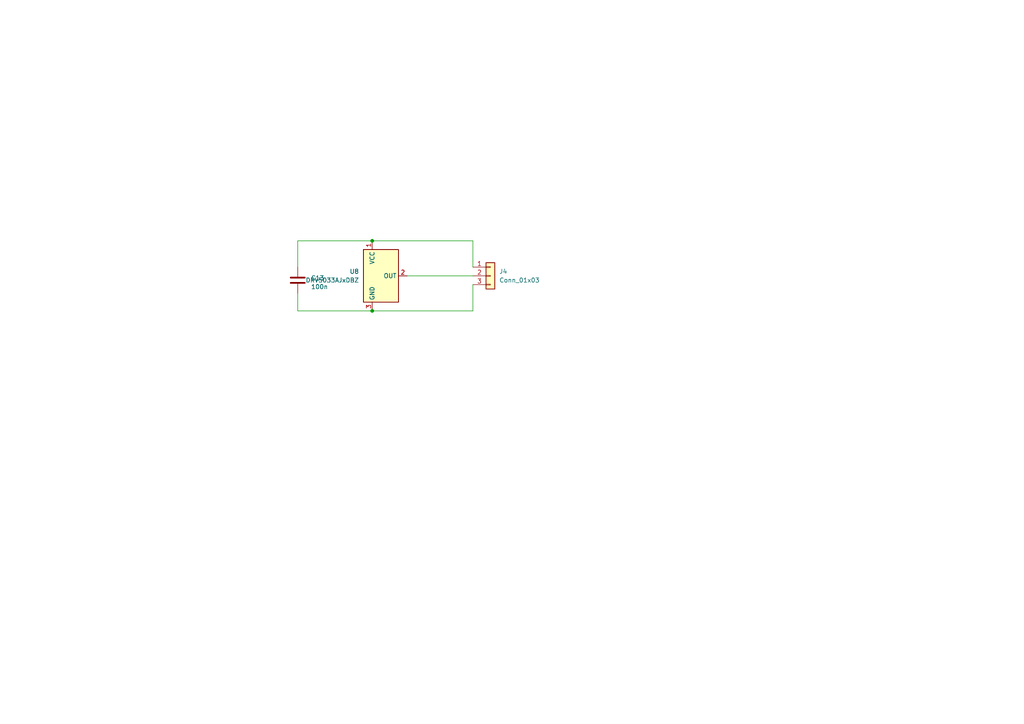
<source format=kicad_sch>
(kicad_sch (version 20230121) (generator eeschema)
  (paper "A4")
  (lib_symbols
    (symbol "Connector_Generic:Conn_01x03" (pin_names (offset 1.016) hide)
      (property "Reference" "J" (at 0 5.08 0))
      (property "Value" "Conn_01x03" (at 0 -5.08 0))
      (symbol "Conn_01x03_1_1"
        (rectangle (start -1.27 -2.413) (end 0 -2.667) (stroke (width 0.1524)))
        (rectangle (start -1.27 0.127) (end 0 -0.127) (stroke (width 0.1524)))
        (rectangle (start -1.27 2.667) (end 0 2.413) (stroke (width 0.1524)))
        (rectangle (start -1.27 3.81) (end 1.27 -3.81) (stroke (width 0.254)) (fill (type background)))
        (pin passive line (at -5.08 2.54 0) (length 3.81) (name "Pin_1") (number "1"))
        (pin passive line (at -5.08 0 0) (length 3.81) (name "Pin_2") (number "2"))
        (pin passive line (at -5.08 -2.54 0) (length 3.81) (name "Pin_3") (number "3"))
      )
    )
    (symbol "Device:C" (pin_numbers hide) (pin_names (offset 0.254))
      (property "Reference" "C" (at 0.635 2.54 0))
      (property "Value" "C" (at 0.635 -2.54 0))
      (symbol "C_0_1"
        (polyline (pts (xy -2.032 -0.762) (xy 2.032 -0.762)) (stroke (width 0.508)))
        (polyline (pts (xy -2.032 0.762) (xy 2.032 0.762)) (stroke (width 0.508)))
      )
      (symbol "C_1_1"
        (pin passive line (at 0 3.81 270) (length 2.794) (name "~") (number "1"))
        (pin passive line (at 0 -3.81 90) (length 2.794) (name "~") (number "2"))
      )
    )
    (symbol "Sensor_Magnetic:DRV5033AJxDBZ"
      (property "Reference" "U" (at 2.54 12.7 0))
      (property "Value" "DRV5033AJxDBZ" (at 2.54 10.16 0))
      (symbol "DRV5033AJxDBZ_1_1"
        (rectangle (start -5.08 7.62) (end 5.08 -7.62) (stroke (width 0.254)) (fill (type background)))
        (pin power_in line (at -2.54 10.16 270) (length 2.54) (name "VCC") (number "1"))
        (pin output line (at 7.62 0 180) (length 2.54) (name "OUT") (number "2"))
        (pin power_in line (at -2.54 -10.16 90) (length 2.54) (name "GND") (number "3"))
      )
    )
  )
  (junction (at 107.95 90.17))
  (junction (at 107.95 69.85))
  (wire (pts (xy 137.16 90.17) (xy 137.16 82.55)))
  (wire (pts (xy 107.95 90.17) (xy 137.16 90.17)))
  (wire (pts (xy 107.95 90.17) (xy 86.36 90.17)))
  (wire (pts (xy 137.16 80.01) (xy 118.11 80.01)))
  (wire (pts (xy 107.95 69.85) (xy 86.36 69.85)))
  (wire (pts (xy 137.16 69.85) (xy 107.95 69.85)))
  (wire (pts (xy 86.36 90.17) (xy 86.36 85.09)))
  (wire (pts (xy 137.16 77.47) (xy 137.16 69.85)))
  (wire (pts (xy 86.36 69.85) (xy 86.36 77.47)))
  (symbol (lib_id "Device:C") (at 86.36 81.28 0) (unit 1)
    (property "Reference" "C13" (at 90.17 80.645 0) (effects (justify left)))
    (property "Value" "100n" (at 90.17 83.185 0) (effects (justify left)))
    (property "Footprint" "Capacitor_SMD:C_0402_1005Metric_Pad0.74x0.62mm_HandSolder" (effects hide))
    (instances (project "ConvectionOven" (path "" (reference "C13") (unit 1)) (path "" (reference "C14") (unit 1))))
  )
  (symbol (lib_id "Sensor_Magnetic:DRV5033AJxDBZ") (at 110.49 80.01 0) (unit 1)
    (property "Reference" "U8" (at 104.14 78.74 0) (effects (justify right)))
    (property "Value" "DRV5033AJxDBZ" (at 104.14 81.28 0) (effects (justify right)))
    (property "Footprint" "Package_TO_SOT_SMD:SOT-23" (effects hide))
    (property "Datasheet" "https://www.ti.com/lit/ds/symlink/drv5033.pdf" (effects hide))
  )
  (symbol (lib_id "Connector_Generic:Conn_01x03") (at 142.24 80.01 0) (unit 1)
    (property "Reference" "J4" (at 144.78 78.74 0) (effects (justify left)))
    (property "Value" "Conn_01x03" (at 144.78 81.28 0) (effects (justify left)))
  )
)
</source>
